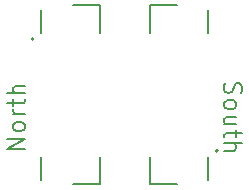
<source format=gbr>
G04 #@! TF.GenerationSoftware,KiCad,Pcbnew,7.0.10*
G04 #@! TF.CreationDate,2024-07-19T13:30:29-04:00*
G04 #@! TF.ProjectId,CanDoIt-v1,43616e44-6f49-4742-9d76-312e6b696361,rev?*
G04 #@! TF.SameCoordinates,Original*
G04 #@! TF.FileFunction,Legend,Top*
G04 #@! TF.FilePolarity,Positive*
%FSLAX46Y46*%
G04 Gerber Fmt 4.6, Leading zero omitted, Abs format (unit mm)*
G04 Created by KiCad (PCBNEW 7.0.10) date 2024-07-19 13:30:29*
%MOMM*%
%LPD*%
G01*
G04 APERTURE LIST*
%ADD10C,0.200000*%
G04 APERTURE END LIST*
D10*
X8520400Y987856D02*
X8448971Y773571D01*
X8448971Y773571D02*
X8448971Y416428D01*
X8448971Y416428D02*
X8520400Y273571D01*
X8520400Y273571D02*
X8591828Y202142D01*
X8591828Y202142D02*
X8734685Y130713D01*
X8734685Y130713D02*
X8877542Y130713D01*
X8877542Y130713D02*
X9020400Y202142D01*
X9020400Y202142D02*
X9091828Y273571D01*
X9091828Y273571D02*
X9163257Y416428D01*
X9163257Y416428D02*
X9234685Y702142D01*
X9234685Y702142D02*
X9306114Y844999D01*
X9306114Y844999D02*
X9377542Y916428D01*
X9377542Y916428D02*
X9520400Y987856D01*
X9520400Y987856D02*
X9663257Y987856D01*
X9663257Y987856D02*
X9806114Y916428D01*
X9806114Y916428D02*
X9877542Y844999D01*
X9877542Y844999D02*
X9948971Y702142D01*
X9948971Y702142D02*
X9948971Y344999D01*
X9948971Y344999D02*
X9877542Y130713D01*
X8448971Y-726428D02*
X8520400Y-583571D01*
X8520400Y-583571D02*
X8591828Y-512142D01*
X8591828Y-512142D02*
X8734685Y-440714D01*
X8734685Y-440714D02*
X9163257Y-440714D01*
X9163257Y-440714D02*
X9306114Y-512142D01*
X9306114Y-512142D02*
X9377542Y-583571D01*
X9377542Y-583571D02*
X9448971Y-726428D01*
X9448971Y-726428D02*
X9448971Y-940714D01*
X9448971Y-940714D02*
X9377542Y-1083571D01*
X9377542Y-1083571D02*
X9306114Y-1155000D01*
X9306114Y-1155000D02*
X9163257Y-1226428D01*
X9163257Y-1226428D02*
X8734685Y-1226428D01*
X8734685Y-1226428D02*
X8591828Y-1155000D01*
X8591828Y-1155000D02*
X8520400Y-1083571D01*
X8520400Y-1083571D02*
X8448971Y-940714D01*
X8448971Y-940714D02*
X8448971Y-726428D01*
X9448971Y-2512143D02*
X8448971Y-2512143D01*
X9448971Y-1869285D02*
X8663257Y-1869285D01*
X8663257Y-1869285D02*
X8520400Y-1940714D01*
X8520400Y-1940714D02*
X8448971Y-2083571D01*
X8448971Y-2083571D02*
X8448971Y-2297857D01*
X8448971Y-2297857D02*
X8520400Y-2440714D01*
X8520400Y-2440714D02*
X8591828Y-2512143D01*
X9448971Y-3012143D02*
X9448971Y-3583571D01*
X9948971Y-3226428D02*
X8663257Y-3226428D01*
X8663257Y-3226428D02*
X8520400Y-3297857D01*
X8520400Y-3297857D02*
X8448971Y-3440714D01*
X8448971Y-3440714D02*
X8448971Y-3583571D01*
X8448971Y-4083571D02*
X9948971Y-4083571D01*
X8448971Y-4726429D02*
X9234685Y-4726429D01*
X9234685Y-4726429D02*
X9377542Y-4655000D01*
X9377542Y-4655000D02*
X9448971Y-4512143D01*
X9448971Y-4512143D02*
X9448971Y-4297857D01*
X9448971Y-4297857D02*
X9377542Y-4155000D01*
X9377542Y-4155000D02*
X9306114Y-4083571D01*
X-8448971Y-4583571D02*
X-9948971Y-4583571D01*
X-9948971Y-4583571D02*
X-8448971Y-3726428D01*
X-8448971Y-3726428D02*
X-9948971Y-3726428D01*
X-8448971Y-2797856D02*
X-8520400Y-2940713D01*
X-8520400Y-2940713D02*
X-8591828Y-3012142D01*
X-8591828Y-3012142D02*
X-8734685Y-3083570D01*
X-8734685Y-3083570D02*
X-9163257Y-3083570D01*
X-9163257Y-3083570D02*
X-9306114Y-3012142D01*
X-9306114Y-3012142D02*
X-9377542Y-2940713D01*
X-9377542Y-2940713D02*
X-9448971Y-2797856D01*
X-9448971Y-2797856D02*
X-9448971Y-2583570D01*
X-9448971Y-2583570D02*
X-9377542Y-2440713D01*
X-9377542Y-2440713D02*
X-9306114Y-2369285D01*
X-9306114Y-2369285D02*
X-9163257Y-2297856D01*
X-9163257Y-2297856D02*
X-8734685Y-2297856D01*
X-8734685Y-2297856D02*
X-8591828Y-2369285D01*
X-8591828Y-2369285D02*
X-8520400Y-2440713D01*
X-8520400Y-2440713D02*
X-8448971Y-2583570D01*
X-8448971Y-2583570D02*
X-8448971Y-2797856D01*
X-8448971Y-1654999D02*
X-9448971Y-1654999D01*
X-9163257Y-1654999D02*
X-9306114Y-1583570D01*
X-9306114Y-1583570D02*
X-9377542Y-1512142D01*
X-9377542Y-1512142D02*
X-9448971Y-1369284D01*
X-9448971Y-1369284D02*
X-9448971Y-1226427D01*
X-9448971Y-940713D02*
X-9448971Y-369285D01*
X-9948971Y-726428D02*
X-8663257Y-726428D01*
X-8663257Y-726428D02*
X-8520400Y-654999D01*
X-8520400Y-654999D02*
X-8448971Y-512142D01*
X-8448971Y-512142D02*
X-8448971Y-369285D01*
X-8448971Y130714D02*
X-9948971Y130714D01*
X-8448971Y773572D02*
X-9234685Y773572D01*
X-9234685Y773572D02*
X-9377542Y702143D01*
X-9377542Y702143D02*
X-9448971Y559286D01*
X-9448971Y559286D02*
X-9448971Y345000D01*
X-9448971Y345000D02*
X-9377542Y202143D01*
X-9377542Y202143D02*
X-9306114Y130714D01*
X2110000Y7575000D02*
X4400000Y7575000D01*
X2110000Y7575000D02*
X2110000Y5250000D01*
X7090000Y5250000D02*
X7090000Y7175000D01*
X2110000Y-5250000D02*
X2110000Y-7575000D01*
X7090000Y-7175000D02*
X7090000Y-5250000D01*
X2110000Y-7575000D02*
X4400000Y-7575000D01*
X7900000Y-4750000D02*
G75*
G03*
X7700000Y-4750000I-100000J0D01*
G01*
X7700000Y-4750000D02*
G75*
G03*
X7900000Y-4750000I100000J0D01*
G01*
X-2110000Y-7575000D02*
X-4400000Y-7575000D01*
X-2110000Y-7575000D02*
X-2110000Y-5250000D01*
X-7090000Y-5250000D02*
X-7090000Y-7175000D01*
X-2110000Y5250000D02*
X-2110000Y7575000D01*
X-7090000Y7175000D02*
X-7090000Y5250000D01*
X-2110000Y7575000D02*
X-4400000Y7575000D01*
X-7700000Y4750000D02*
G75*
G03*
X-7900000Y4750000I-100000J0D01*
G01*
X-7900000Y4750000D02*
G75*
G03*
X-7700000Y4750000I100000J0D01*
G01*
M02*

</source>
